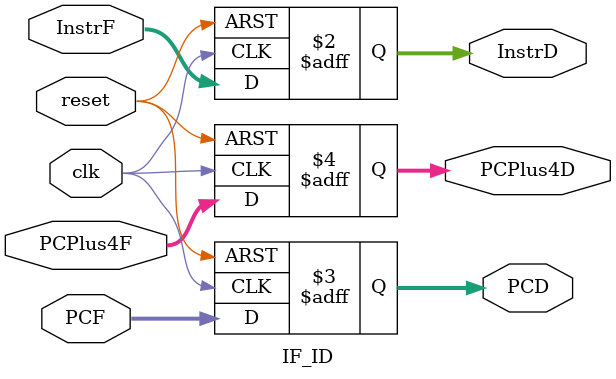
<source format=v>
`timescale 1ns / 1ps

module IF_ID (clk, reset,
             InstrF, PCF, PCPlus4F,
            InstrD, PCD, PCPlus4D);
            
            input clk;
            input reset;

            input [31:0] InstrF, PCF, PCPlus4F;
            output reg [31:0] InstrD, PCD, PCPlus4D;


always @( posedge clk, posedge reset )

 begin
    if (reset) begin 
        InstrD <= 0;
        PCD <= 0;
        PCPlus4D <= 0;
    end
		 
		 else begin	 
			  InstrD <= InstrF;
			  PCD <= PCF;
			  PCPlus4D <= PCPlus4F;
		 end
	 end


endmodule
</source>
